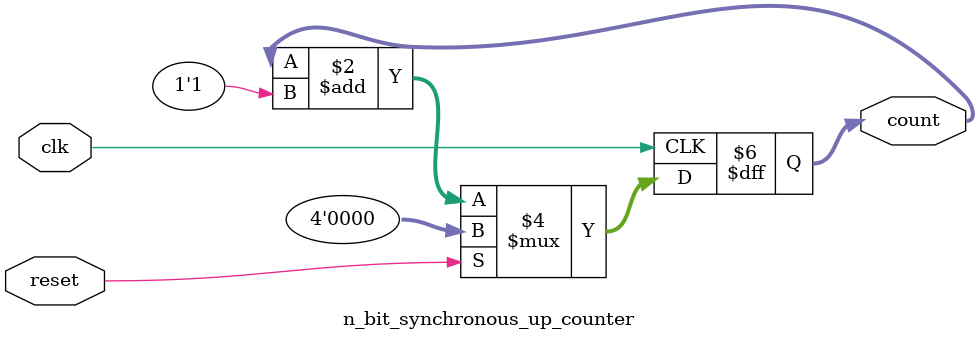
<source format=v>
`timescale 1ns / 1ps

module n_bit_synchronous_up_counter #(parameter N = 4)
    (
    input clk, 
    input reset, 
    output reg [N-1:0] count
    );
    
always @(posedge clk) begin
    if (reset) begin 
        count <= 1'b0;
    end else begin
        count <= count + 1'b1;
    end
end
endmodule

</source>
